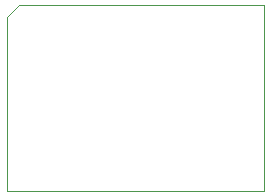
<source format=gbr>
G04 #@! TF.GenerationSoftware,KiCad,Pcbnew,(5.1.6)-1*
G04 #@! TF.CreationDate,2020-06-22T19:30:58+02:00*
G04 #@! TF.ProjectId,plc-sniffer,706c632d-736e-4696-9666-65722e6b6963,rev?*
G04 #@! TF.SameCoordinates,Original*
G04 #@! TF.FileFunction,Other,Fab,Bot*
%FSLAX46Y46*%
G04 Gerber Fmt 4.6, Leading zero omitted, Abs format (unit mm)*
G04 Created by KiCad (PCBNEW (5.1.6)-1) date 2020-06-22 19:30:58*
%MOMM*%
%LPD*%
G01*
G04 APERTURE LIST*
%ADD10C,0.100000*%
G04 APERTURE END LIST*
D10*
G04 #@! TO.C,J1001*
X181310000Y-122070000D02*
X181310000Y-136820000D01*
X181310000Y-136820000D02*
X203030000Y-136820000D01*
X203030000Y-136820000D02*
X203030000Y-121070000D01*
X203030000Y-121070000D02*
X182310000Y-121070000D01*
X182310000Y-121070000D02*
X181310000Y-122070000D01*
G04 #@! TD*
M02*

</source>
